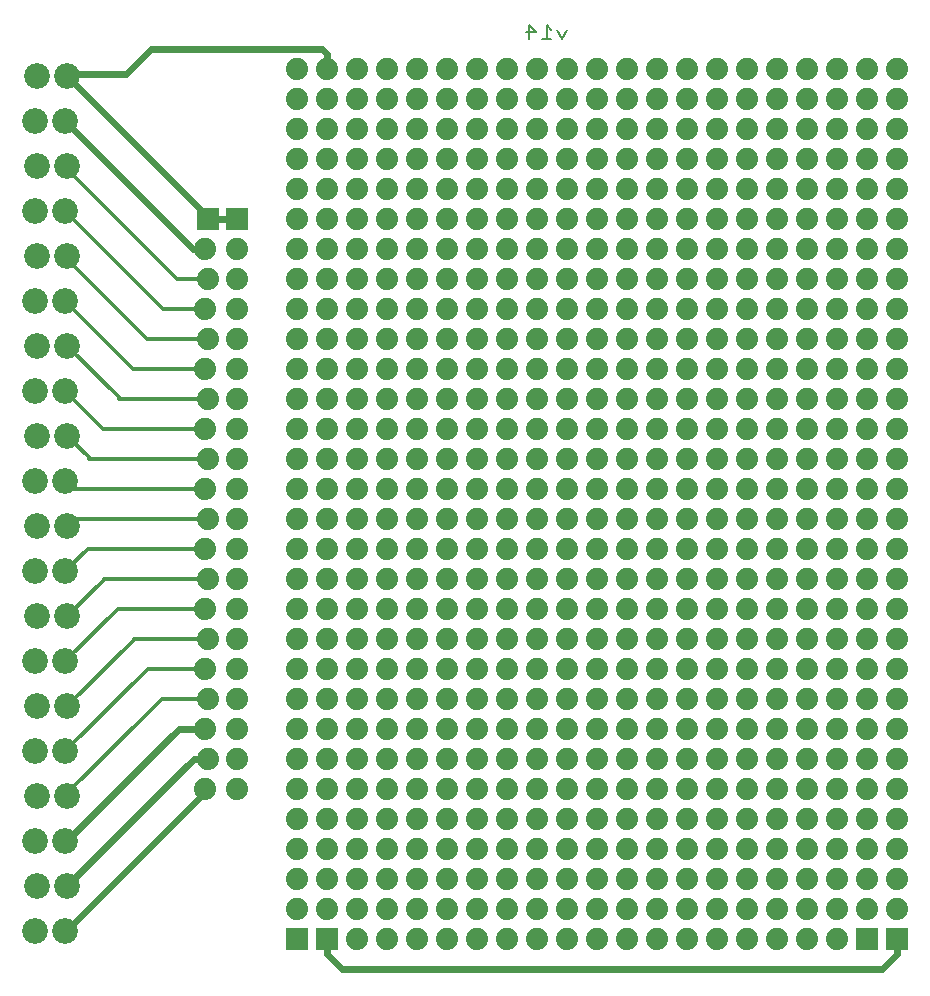
<source format=gbr>
G04 EAGLE Gerber RS-274X export*
G75*
%MOMM*%
%FSLAX34Y34*%
%LPD*%
%INBottom Copper*%
%IPPOS*%
%AMOC8*
5,1,8,0,0,1.08239X$1,22.5*%
G01*
%ADD10C,0.203200*%
%ADD11R,1.879600X1.879600*%
%ADD12C,1.879600*%
%ADD13C,2.184400*%
%ADD14C,0.304800*%
%ADD15C,0.609600*%


D10*
X482776Y833127D02*
X478708Y824992D01*
X474641Y833127D01*
X469679Y833127D02*
X465611Y837194D01*
X465611Y824992D01*
X461544Y824992D02*
X469679Y824992D01*
X450480Y824992D02*
X450480Y837194D01*
X456581Y831093D01*
X448446Y831093D01*
D11*
X179070Y673100D03*
D12*
X176530Y647700D03*
X179070Y622300D03*
X176530Y596900D03*
X179070Y571500D03*
X176530Y546100D03*
X179070Y520700D03*
X176530Y495300D03*
X179070Y469900D03*
X176530Y444500D03*
X179070Y419100D03*
X176530Y393700D03*
X179070Y368300D03*
X176530Y342900D03*
X179070Y317500D03*
X176530Y292100D03*
X179070Y266700D03*
X176530Y241300D03*
X179070Y215900D03*
X176530Y190500D03*
D11*
X254000Y63500D03*
D12*
X254000Y88900D03*
X254000Y114300D03*
X254000Y139700D03*
X254000Y165100D03*
X254000Y190500D03*
X254000Y215900D03*
X254000Y241300D03*
X254000Y266700D03*
X254000Y292100D03*
X254000Y317500D03*
X254000Y342900D03*
X254000Y368300D03*
X254000Y393700D03*
X254000Y419100D03*
X254000Y444500D03*
X254000Y469900D03*
X254000Y495300D03*
X254000Y520700D03*
X254000Y546100D03*
X254000Y571500D03*
X254000Y596900D03*
X254000Y622300D03*
X254000Y647700D03*
X254000Y673100D03*
X254000Y698500D03*
X254000Y723900D03*
X254000Y749300D03*
X254000Y774700D03*
X254000Y800100D03*
D11*
X279400Y63500D03*
D12*
X279400Y88900D03*
X279400Y114300D03*
X279400Y139700D03*
X279400Y165100D03*
X279400Y190500D03*
X279400Y215900D03*
X279400Y241300D03*
X279400Y266700D03*
X279400Y292100D03*
X279400Y317500D03*
X279400Y342900D03*
X279400Y368300D03*
X279400Y393700D03*
X279400Y419100D03*
X279400Y444500D03*
X279400Y469900D03*
X279400Y495300D03*
X279400Y520700D03*
X279400Y546100D03*
X279400Y571500D03*
X279400Y596900D03*
X279400Y622300D03*
X279400Y647700D03*
X279400Y673100D03*
X279400Y698500D03*
X279400Y723900D03*
X279400Y749300D03*
X279400Y774700D03*
X279400Y800100D03*
D11*
X736600Y63500D03*
D12*
X736600Y88900D03*
X736600Y114300D03*
X736600Y139700D03*
X736600Y165100D03*
X736600Y190500D03*
X736600Y215900D03*
X736600Y241300D03*
X736600Y266700D03*
X736600Y292100D03*
X736600Y317500D03*
X736600Y342900D03*
X736600Y368300D03*
X736600Y393700D03*
X736600Y419100D03*
X736600Y444500D03*
X736600Y469900D03*
X736600Y495300D03*
X736600Y520700D03*
X736600Y546100D03*
X736600Y571500D03*
X736600Y596900D03*
X736600Y622300D03*
X736600Y647700D03*
X736600Y673100D03*
X736600Y698500D03*
X736600Y723900D03*
X736600Y749300D03*
X736600Y774700D03*
X736600Y800100D03*
D11*
X762000Y63500D03*
D12*
X762000Y88900D03*
X762000Y114300D03*
X762000Y139700D03*
X762000Y165100D03*
X762000Y190500D03*
X762000Y215900D03*
X762000Y241300D03*
X762000Y266700D03*
X762000Y292100D03*
X762000Y317500D03*
X762000Y342900D03*
X762000Y368300D03*
X762000Y393700D03*
X762000Y419100D03*
X762000Y444500D03*
X762000Y469900D03*
X762000Y495300D03*
X762000Y520700D03*
X762000Y546100D03*
X762000Y571500D03*
X762000Y596900D03*
X762000Y622300D03*
X762000Y647700D03*
X762000Y673100D03*
X762000Y698500D03*
X762000Y723900D03*
X762000Y749300D03*
X762000Y774700D03*
X762000Y800100D03*
D11*
X203200Y673100D03*
D12*
X203200Y647700D03*
X203200Y622300D03*
X203200Y596900D03*
X203200Y571500D03*
X203200Y546100D03*
X203200Y520700D03*
X203200Y495300D03*
X203200Y469900D03*
X203200Y444500D03*
X203200Y419100D03*
X203200Y393700D03*
X203200Y368300D03*
X203200Y342900D03*
X203200Y317500D03*
X203200Y292100D03*
X203200Y266700D03*
X203200Y241300D03*
X203200Y215900D03*
X203200Y190500D03*
D13*
X57912Y755663D03*
X32512Y755663D03*
X59944Y793763D03*
X34544Y793763D03*
X57912Y679463D03*
X32512Y679463D03*
X59944Y717563D03*
X34544Y717563D03*
X57912Y603263D03*
X32512Y603263D03*
X59944Y641363D03*
X34544Y641363D03*
X57912Y527063D03*
X32512Y527063D03*
X59944Y565163D03*
X34544Y565163D03*
X57912Y450863D03*
X32512Y450863D03*
X59944Y488963D03*
X34544Y488963D03*
X57912Y374663D03*
X32512Y374663D03*
X59944Y412763D03*
X34544Y412763D03*
X57912Y298463D03*
X32512Y298463D03*
X59944Y336563D03*
X34544Y336563D03*
X57912Y222263D03*
X32512Y222263D03*
X59944Y260363D03*
X34544Y260363D03*
X57912Y146063D03*
X32512Y146063D03*
X59944Y184163D03*
X34544Y184163D03*
X57912Y69863D03*
X32512Y69863D03*
X59944Y107963D03*
X34544Y107963D03*
D12*
X660400Y546100D03*
X635000Y546100D03*
X609600Y546100D03*
X304800Y571500D03*
X330200Y571500D03*
X355600Y571500D03*
X381000Y571500D03*
X406400Y571500D03*
X431800Y571500D03*
X457200Y571500D03*
X482600Y571500D03*
X508000Y571500D03*
X533400Y571500D03*
X558800Y571500D03*
X584200Y571500D03*
X660400Y571500D03*
X635000Y571500D03*
X609600Y571500D03*
X304800Y546100D03*
X330200Y546100D03*
X355600Y546100D03*
X381000Y546100D03*
X406400Y546100D03*
X431800Y546100D03*
X457200Y546100D03*
X482600Y546100D03*
X508000Y546100D03*
X533400Y546100D03*
X558800Y546100D03*
X584200Y546100D03*
X685800Y571500D03*
X711200Y571500D03*
X685800Y546100D03*
X711200Y546100D03*
X304800Y520700D03*
X330200Y520700D03*
X355600Y520700D03*
X381000Y520700D03*
X406400Y520700D03*
X431800Y520700D03*
X457200Y520700D03*
X482600Y520700D03*
X508000Y520700D03*
X533400Y520700D03*
X558800Y520700D03*
X584200Y520700D03*
X660400Y469900D03*
X635000Y469900D03*
X609600Y469900D03*
X304800Y495300D03*
X330200Y495300D03*
X355600Y495300D03*
X381000Y495300D03*
X406400Y495300D03*
X431800Y495300D03*
X457200Y495300D03*
X482600Y495300D03*
X508000Y495300D03*
X533400Y495300D03*
X558800Y495300D03*
X584200Y495300D03*
X660400Y495300D03*
X635000Y495300D03*
X609600Y495300D03*
X304800Y469900D03*
X330200Y469900D03*
X355600Y469900D03*
X381000Y469900D03*
X406400Y469900D03*
X431800Y469900D03*
X457200Y469900D03*
X482600Y469900D03*
X508000Y469900D03*
X533400Y469900D03*
X558800Y469900D03*
X584200Y469900D03*
X660400Y520700D03*
X635000Y520700D03*
X609600Y520700D03*
X685800Y520700D03*
X711200Y520700D03*
X685800Y495300D03*
X711200Y495300D03*
X685800Y469900D03*
X711200Y469900D03*
X304800Y444500D03*
X330200Y444500D03*
X355600Y444500D03*
X381000Y444500D03*
X406400Y444500D03*
X431800Y444500D03*
X457200Y444500D03*
X482600Y444500D03*
X508000Y444500D03*
X533400Y444500D03*
X558800Y444500D03*
X584200Y444500D03*
X660400Y393700D03*
X635000Y393700D03*
X609600Y393700D03*
X304800Y419100D03*
X330200Y419100D03*
X355600Y419100D03*
X381000Y419100D03*
X406400Y419100D03*
X431800Y419100D03*
X457200Y419100D03*
X482600Y419100D03*
X508000Y419100D03*
X533400Y419100D03*
X558800Y419100D03*
X584200Y419100D03*
X660400Y419100D03*
X635000Y419100D03*
X609600Y419100D03*
X304800Y393700D03*
X330200Y393700D03*
X355600Y393700D03*
X381000Y393700D03*
X406400Y393700D03*
X431800Y393700D03*
X457200Y393700D03*
X482600Y393700D03*
X508000Y393700D03*
X533400Y393700D03*
X558800Y393700D03*
X584200Y393700D03*
X660400Y444500D03*
X635000Y444500D03*
X609600Y444500D03*
X685800Y444500D03*
X711200Y444500D03*
X685800Y419100D03*
X711200Y419100D03*
X685800Y393700D03*
X711200Y393700D03*
X304800Y368300D03*
X330200Y368300D03*
X355600Y368300D03*
X381000Y368300D03*
X406400Y368300D03*
X431800Y368300D03*
X457200Y368300D03*
X482600Y368300D03*
X508000Y368300D03*
X533400Y368300D03*
X558800Y368300D03*
X584200Y368300D03*
X660400Y317500D03*
X635000Y317500D03*
X609600Y317500D03*
X304800Y342900D03*
X330200Y342900D03*
X355600Y342900D03*
X381000Y342900D03*
X406400Y342900D03*
X431800Y342900D03*
X457200Y342900D03*
X482600Y342900D03*
X508000Y342900D03*
X533400Y342900D03*
X558800Y342900D03*
X584200Y342900D03*
X660400Y342900D03*
X635000Y342900D03*
X609600Y342900D03*
X304800Y317500D03*
X330200Y317500D03*
X355600Y317500D03*
X381000Y317500D03*
X406400Y317500D03*
X431800Y317500D03*
X457200Y317500D03*
X482600Y317500D03*
X508000Y317500D03*
X533400Y317500D03*
X558800Y317500D03*
X584200Y317500D03*
X660400Y368300D03*
X635000Y368300D03*
X609600Y368300D03*
X685800Y368300D03*
X711200Y368300D03*
X685800Y342900D03*
X711200Y342900D03*
X685800Y317500D03*
X711200Y317500D03*
X304800Y292100D03*
X330200Y292100D03*
X355600Y292100D03*
X381000Y292100D03*
X406400Y292100D03*
X431800Y292100D03*
X457200Y292100D03*
X482600Y292100D03*
X508000Y292100D03*
X533400Y292100D03*
X558800Y292100D03*
X584200Y292100D03*
X660400Y241300D03*
X635000Y241300D03*
X609600Y241300D03*
X304800Y266700D03*
X330200Y266700D03*
X355600Y266700D03*
X381000Y266700D03*
X406400Y266700D03*
X431800Y266700D03*
X457200Y266700D03*
X482600Y266700D03*
X508000Y266700D03*
X533400Y266700D03*
X558800Y266700D03*
X584200Y266700D03*
X660400Y266700D03*
X635000Y266700D03*
X609600Y266700D03*
X304800Y241300D03*
X330200Y241300D03*
X355600Y241300D03*
X381000Y241300D03*
X406400Y241300D03*
X431800Y241300D03*
X457200Y241300D03*
X482600Y241300D03*
X508000Y241300D03*
X533400Y241300D03*
X558800Y241300D03*
X584200Y241300D03*
X660400Y292100D03*
X635000Y292100D03*
X609600Y292100D03*
X685800Y292100D03*
X711200Y292100D03*
X685800Y266700D03*
X711200Y266700D03*
X685800Y241300D03*
X711200Y241300D03*
X304800Y215900D03*
X330200Y215900D03*
X355600Y215900D03*
X381000Y215900D03*
X406400Y215900D03*
X431800Y215900D03*
X457200Y215900D03*
X482600Y215900D03*
X508000Y215900D03*
X533400Y215900D03*
X558800Y215900D03*
X584200Y215900D03*
X660400Y165100D03*
X635000Y165100D03*
X609600Y165100D03*
X304800Y190500D03*
X330200Y190500D03*
X355600Y190500D03*
X381000Y190500D03*
X406400Y190500D03*
X431800Y190500D03*
X457200Y190500D03*
X482600Y190500D03*
X508000Y190500D03*
X533400Y190500D03*
X558800Y190500D03*
X584200Y190500D03*
X660400Y190500D03*
X635000Y190500D03*
X609600Y190500D03*
X304800Y165100D03*
X330200Y165100D03*
X355600Y165100D03*
X381000Y165100D03*
X406400Y165100D03*
X431800Y165100D03*
X457200Y165100D03*
X482600Y165100D03*
X508000Y165100D03*
X533400Y165100D03*
X558800Y165100D03*
X584200Y165100D03*
X660400Y215900D03*
X635000Y215900D03*
X609600Y215900D03*
X685800Y215900D03*
X711200Y215900D03*
X685800Y190500D03*
X711200Y190500D03*
X685800Y165100D03*
X711200Y165100D03*
X660400Y139700D03*
X635000Y139700D03*
X609600Y139700D03*
X304800Y139700D03*
X330200Y139700D03*
X355600Y139700D03*
X381000Y139700D03*
X406400Y139700D03*
X431800Y139700D03*
X457200Y139700D03*
X482600Y139700D03*
X508000Y139700D03*
X533400Y139700D03*
X558800Y139700D03*
X584200Y139700D03*
X685800Y139700D03*
X711200Y139700D03*
X304800Y114300D03*
X330200Y114300D03*
X355600Y114300D03*
X381000Y114300D03*
X406400Y114300D03*
X431800Y114300D03*
X457200Y114300D03*
X482600Y114300D03*
X508000Y114300D03*
X533400Y114300D03*
X558800Y114300D03*
X584200Y114300D03*
X660400Y63500D03*
X635000Y63500D03*
X609600Y63500D03*
X304800Y88900D03*
X330200Y88900D03*
X355600Y88900D03*
X381000Y88900D03*
X406400Y88900D03*
X431800Y88900D03*
X457200Y88900D03*
X482600Y88900D03*
X508000Y88900D03*
X533400Y88900D03*
X558800Y88900D03*
X584200Y88900D03*
X660400Y88900D03*
X635000Y88900D03*
X609600Y88900D03*
X304800Y63500D03*
X330200Y63500D03*
X355600Y63500D03*
X381000Y63500D03*
X406400Y63500D03*
X431800Y63500D03*
X457200Y63500D03*
X482600Y63500D03*
X508000Y63500D03*
X533400Y63500D03*
X558800Y63500D03*
X584200Y63500D03*
X660400Y114300D03*
X635000Y114300D03*
X609600Y114300D03*
X685800Y114300D03*
X711200Y114300D03*
X685800Y88900D03*
X711200Y88900D03*
X685800Y63500D03*
X711200Y63500D03*
D14*
X179070Y673100D02*
X179070Y673621D01*
D15*
X279400Y800100D02*
X279400Y812800D01*
X760730Y800100D02*
X762000Y800100D01*
X279400Y812800D02*
X275590Y816610D01*
X279400Y63500D02*
X279400Y50800D01*
X292100Y38100D01*
X749300Y38100D01*
X762000Y50800D02*
X762000Y63500D01*
X762000Y50800D02*
X749300Y38100D01*
X275590Y816610D02*
X130810Y816610D01*
X109728Y795528D01*
X61709Y795528D01*
X59944Y793763D01*
X180607Y673100D02*
X203200Y673100D01*
X180607Y673100D02*
X59944Y793763D01*
X166891Y647700D02*
X176530Y647700D01*
X166891Y647700D02*
X165875Y647700D01*
X57912Y755663D01*
X176530Y190500D02*
X176530Y187465D01*
X58928Y69863D01*
X57912Y69863D01*
X166865Y215900D02*
X179070Y215900D01*
X166865Y215900D02*
X59944Y108979D01*
X59944Y107963D01*
D14*
X141465Y266700D02*
X179070Y266700D01*
X59944Y186944D02*
X59944Y184163D01*
X59944Y186944D02*
X127000Y254000D01*
X139700Y266700D01*
X141465Y266700D01*
X128765Y292100D02*
X176530Y292100D01*
X128765Y292100D02*
X127749Y292100D01*
X57912Y222263D01*
X116065Y317500D02*
X179070Y317500D01*
X116065Y317500D02*
X116065Y316484D01*
X59944Y260363D01*
X103365Y342900D02*
X176530Y342900D01*
X103365Y342900D02*
X102349Y342900D01*
X57912Y298463D01*
X90665Y368300D02*
X179070Y368300D01*
X90665Y368300D02*
X90665Y367284D01*
X59944Y336563D01*
X77965Y393700D02*
X176530Y393700D01*
X77965Y393700D02*
X76949Y393700D01*
X57912Y374663D01*
X65265Y419100D02*
X179070Y419100D01*
X65265Y419100D02*
X65265Y418084D01*
X59944Y412763D01*
X65291Y444500D02*
X176530Y444500D01*
X65291Y444500D02*
X64275Y444500D01*
X57912Y450863D01*
X77991Y469900D02*
X179070Y469900D01*
X77991Y469900D02*
X77991Y470916D01*
X59944Y488963D01*
X90691Y495300D02*
X176530Y495300D01*
X90691Y495300D02*
X89675Y495300D01*
X57912Y527063D01*
X103391Y520700D02*
X179070Y520700D01*
X103391Y520700D02*
X103391Y521716D01*
X59944Y565163D01*
X116091Y546100D02*
X176530Y546100D01*
X116091Y546100D02*
X115075Y546100D01*
X57912Y603263D01*
X128791Y571500D02*
X179070Y571500D01*
X59944Y638556D02*
X59944Y641363D01*
X59944Y638556D02*
X114300Y584200D01*
X127000Y571500D01*
X128791Y571500D01*
X141491Y596900D02*
X176530Y596900D01*
X141491Y596900D02*
X140475Y596900D01*
X57912Y679463D01*
X154191Y622300D02*
X179070Y622300D01*
X59944Y714756D02*
X59944Y717563D01*
X59944Y714756D02*
X139700Y635000D01*
X152400Y622300D01*
X154191Y622300D01*
D12*
X660400Y774700D03*
X635000Y774700D03*
X609600Y774700D03*
X304800Y800100D03*
X330200Y800100D03*
X355600Y800100D03*
X381000Y800100D03*
X406400Y800100D03*
X431800Y800100D03*
X457200Y800100D03*
X482600Y800100D03*
X508000Y800100D03*
X533400Y800100D03*
X558800Y800100D03*
X584200Y800100D03*
X660400Y800100D03*
X635000Y800100D03*
X609600Y800100D03*
X304800Y774700D03*
X330200Y774700D03*
X355600Y774700D03*
X381000Y774700D03*
X406400Y774700D03*
X431800Y774700D03*
X457200Y774700D03*
X482600Y774700D03*
X508000Y774700D03*
X533400Y774700D03*
X558800Y774700D03*
X584200Y774700D03*
X685800Y800100D03*
X711200Y800100D03*
X685800Y774700D03*
X711200Y774700D03*
X304800Y749300D03*
X330200Y749300D03*
X355600Y749300D03*
X381000Y749300D03*
X406400Y749300D03*
X431800Y749300D03*
X457200Y749300D03*
X482600Y749300D03*
X508000Y749300D03*
X533400Y749300D03*
X558800Y749300D03*
X584200Y749300D03*
X660400Y698500D03*
X635000Y698500D03*
X609600Y698500D03*
X304800Y723900D03*
X330200Y723900D03*
X355600Y723900D03*
X381000Y723900D03*
X406400Y723900D03*
X431800Y723900D03*
X457200Y723900D03*
X482600Y723900D03*
X508000Y723900D03*
X533400Y723900D03*
X558800Y723900D03*
X584200Y723900D03*
X660400Y723900D03*
X635000Y723900D03*
X609600Y723900D03*
X304800Y698500D03*
X330200Y698500D03*
X355600Y698500D03*
X381000Y698500D03*
X406400Y698500D03*
X431800Y698500D03*
X457200Y698500D03*
X482600Y698500D03*
X508000Y698500D03*
X533400Y698500D03*
X558800Y698500D03*
X584200Y698500D03*
X660400Y749300D03*
X635000Y749300D03*
X609600Y749300D03*
X685800Y749300D03*
X711200Y749300D03*
X685800Y723900D03*
X711200Y723900D03*
X685800Y698500D03*
X711200Y698500D03*
X304800Y673100D03*
X330200Y673100D03*
X355600Y673100D03*
X381000Y673100D03*
X406400Y673100D03*
X431800Y673100D03*
X457200Y673100D03*
X482600Y673100D03*
X508000Y673100D03*
X533400Y673100D03*
X558800Y673100D03*
X584200Y673100D03*
X660400Y622300D03*
X635000Y622300D03*
X609600Y622300D03*
X304800Y647700D03*
X330200Y647700D03*
X355600Y647700D03*
X381000Y647700D03*
X406400Y647700D03*
X431800Y647700D03*
X457200Y647700D03*
X482600Y647700D03*
X508000Y647700D03*
X533400Y647700D03*
X558800Y647700D03*
X584200Y647700D03*
X660400Y647700D03*
X635000Y647700D03*
X609600Y647700D03*
X304800Y622300D03*
X330200Y622300D03*
X355600Y622300D03*
X381000Y622300D03*
X406400Y622300D03*
X431800Y622300D03*
X457200Y622300D03*
X482600Y622300D03*
X508000Y622300D03*
X533400Y622300D03*
X558800Y622300D03*
X584200Y622300D03*
X660400Y673100D03*
X635000Y673100D03*
X609600Y673100D03*
X685800Y673100D03*
X711200Y673100D03*
X685800Y647700D03*
X711200Y647700D03*
X685800Y622300D03*
X711200Y622300D03*
X304800Y596900D03*
X330200Y596900D03*
X355600Y596900D03*
X381000Y596900D03*
X406400Y596900D03*
X431800Y596900D03*
X457200Y596900D03*
X482600Y596900D03*
X508000Y596900D03*
X533400Y596900D03*
X558800Y596900D03*
X584200Y596900D03*
X660400Y596900D03*
X635000Y596900D03*
X609600Y596900D03*
X685800Y596900D03*
X711200Y596900D03*
D15*
X176530Y241300D02*
X154165Y241300D01*
X58928Y146063D01*
X57912Y146063D01*
M02*

</source>
